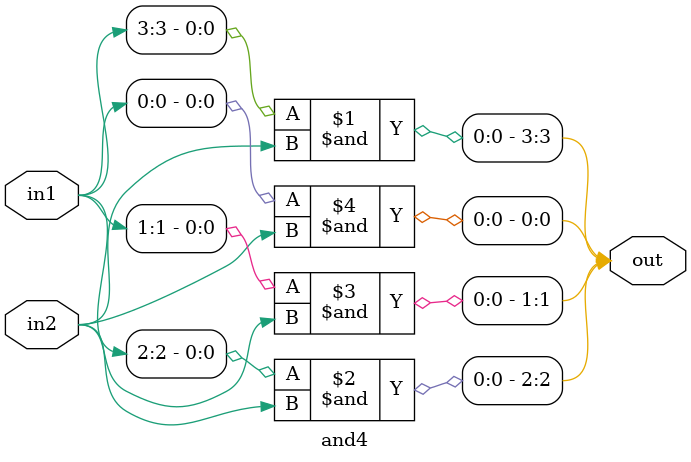
<source format=v>
`timescale 1ns / 1ps
module and4(out,in1,in2);
	input [3:0] in1;
	input in2;
	output [3:0] out;

	and t1(out[3], in1[3], in2),
		t2(out[2], in1[2], in2),
		t3(out[1], in1[1], in2),
		t4(out[0], in1[0], in2);
endmodule
</source>
